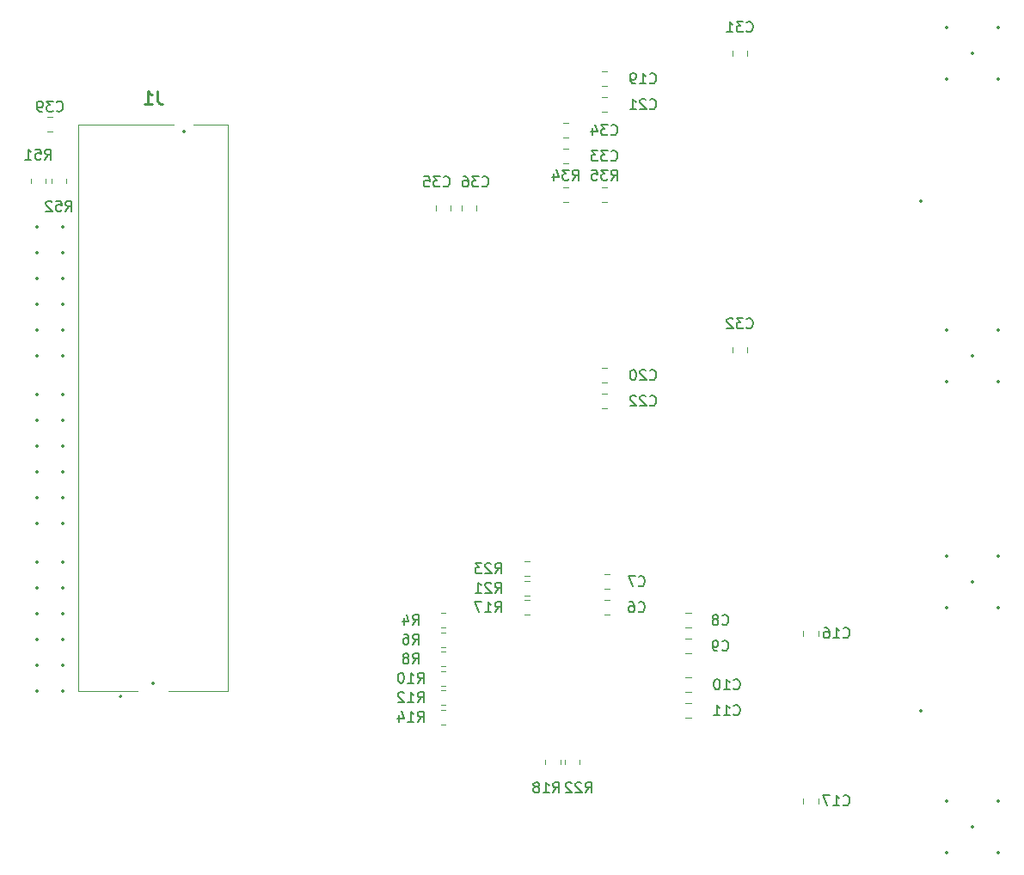
<source format=gbo>
%TF.GenerationSoftware,KiCad,Pcbnew,8.0.0*%
%TF.CreationDate,2024-09-02T00:35:53+03:00*%
%TF.ProjectId,ML605_LPC_Board_wADC_DAC,4d4c3630-355f-44c5-9043-5f426f617264,rev?*%
%TF.SameCoordinates,Original*%
%TF.FileFunction,Legend,Bot*%
%TF.FilePolarity,Positive*%
%FSLAX46Y46*%
G04 Gerber Fmt 4.6, Leading zero omitted, Abs format (unit mm)*
G04 Created by KiCad (PCBNEW 8.0.0) date 2024-09-02 00:35:53*
%MOMM*%
%LPD*%
G01*
G04 APERTURE LIST*
%ADD10C,0.254000*%
%ADD11C,0.177800*%
%ADD12C,0.100000*%
%ADD13C,0.200000*%
%ADD14C,0.120000*%
%ADD15C,0.350000*%
G04 APERTURE END LIST*
D10*
X88758332Y-62309318D02*
X88758332Y-63216461D01*
X88758332Y-63216461D02*
X88818809Y-63397889D01*
X88818809Y-63397889D02*
X88939761Y-63518842D01*
X88939761Y-63518842D02*
X89121190Y-63579318D01*
X89121190Y-63579318D02*
X89242142Y-63579318D01*
X87488332Y-63579318D02*
X88214047Y-63579318D01*
X87851190Y-63579318D02*
X87851190Y-62309318D01*
X87851190Y-62309318D02*
X87972142Y-62490746D01*
X87972142Y-62490746D02*
X88093094Y-62611699D01*
X88093094Y-62611699D02*
X88214047Y-62672175D01*
D11*
X146773142Y-85594013D02*
X146821523Y-85642394D01*
X146821523Y-85642394D02*
X146966666Y-85690774D01*
X146966666Y-85690774D02*
X147063428Y-85690774D01*
X147063428Y-85690774D02*
X147208571Y-85642394D01*
X147208571Y-85642394D02*
X147305333Y-85545632D01*
X147305333Y-85545632D02*
X147353714Y-85448870D01*
X147353714Y-85448870D02*
X147402095Y-85255346D01*
X147402095Y-85255346D02*
X147402095Y-85110203D01*
X147402095Y-85110203D02*
X147353714Y-84916679D01*
X147353714Y-84916679D02*
X147305333Y-84819917D01*
X147305333Y-84819917D02*
X147208571Y-84723155D01*
X147208571Y-84723155D02*
X147063428Y-84674774D01*
X147063428Y-84674774D02*
X146966666Y-84674774D01*
X146966666Y-84674774D02*
X146821523Y-84723155D01*
X146821523Y-84723155D02*
X146773142Y-84771536D01*
X146434476Y-84674774D02*
X145805523Y-84674774D01*
X145805523Y-84674774D02*
X146144190Y-85061822D01*
X146144190Y-85061822D02*
X145999047Y-85061822D01*
X145999047Y-85061822D02*
X145902285Y-85110203D01*
X145902285Y-85110203D02*
X145853904Y-85158584D01*
X145853904Y-85158584D02*
X145805523Y-85255346D01*
X145805523Y-85255346D02*
X145805523Y-85497251D01*
X145805523Y-85497251D02*
X145853904Y-85594013D01*
X145853904Y-85594013D02*
X145902285Y-85642394D01*
X145902285Y-85642394D02*
X145999047Y-85690774D01*
X145999047Y-85690774D02*
X146289333Y-85690774D01*
X146289333Y-85690774D02*
X146386095Y-85642394D01*
X146386095Y-85642394D02*
X146434476Y-85594013D01*
X145418476Y-84771536D02*
X145370095Y-84723155D01*
X145370095Y-84723155D02*
X145273333Y-84674774D01*
X145273333Y-84674774D02*
X145031428Y-84674774D01*
X145031428Y-84674774D02*
X144934666Y-84723155D01*
X144934666Y-84723155D02*
X144886285Y-84771536D01*
X144886285Y-84771536D02*
X144837904Y-84868298D01*
X144837904Y-84868298D02*
X144837904Y-84965060D01*
X144837904Y-84965060D02*
X144886285Y-85110203D01*
X144886285Y-85110203D02*
X145466857Y-85690774D01*
X145466857Y-85690774D02*
X144837904Y-85690774D01*
X137248142Y-90674013D02*
X137296523Y-90722394D01*
X137296523Y-90722394D02*
X137441666Y-90770774D01*
X137441666Y-90770774D02*
X137538428Y-90770774D01*
X137538428Y-90770774D02*
X137683571Y-90722394D01*
X137683571Y-90722394D02*
X137780333Y-90625632D01*
X137780333Y-90625632D02*
X137828714Y-90528870D01*
X137828714Y-90528870D02*
X137877095Y-90335346D01*
X137877095Y-90335346D02*
X137877095Y-90190203D01*
X137877095Y-90190203D02*
X137828714Y-89996679D01*
X137828714Y-89996679D02*
X137780333Y-89899917D01*
X137780333Y-89899917D02*
X137683571Y-89803155D01*
X137683571Y-89803155D02*
X137538428Y-89754774D01*
X137538428Y-89754774D02*
X137441666Y-89754774D01*
X137441666Y-89754774D02*
X137296523Y-89803155D01*
X137296523Y-89803155D02*
X137248142Y-89851536D01*
X136861095Y-89851536D02*
X136812714Y-89803155D01*
X136812714Y-89803155D02*
X136715952Y-89754774D01*
X136715952Y-89754774D02*
X136474047Y-89754774D01*
X136474047Y-89754774D02*
X136377285Y-89803155D01*
X136377285Y-89803155D02*
X136328904Y-89851536D01*
X136328904Y-89851536D02*
X136280523Y-89948298D01*
X136280523Y-89948298D02*
X136280523Y-90045060D01*
X136280523Y-90045060D02*
X136328904Y-90190203D01*
X136328904Y-90190203D02*
X136909476Y-90770774D01*
X136909476Y-90770774D02*
X136280523Y-90770774D01*
X135651571Y-89754774D02*
X135554809Y-89754774D01*
X135554809Y-89754774D02*
X135458047Y-89803155D01*
X135458047Y-89803155D02*
X135409666Y-89851536D01*
X135409666Y-89851536D02*
X135361285Y-89948298D01*
X135361285Y-89948298D02*
X135312904Y-90141822D01*
X135312904Y-90141822D02*
X135312904Y-90383727D01*
X135312904Y-90383727D02*
X135361285Y-90577251D01*
X135361285Y-90577251D02*
X135409666Y-90674013D01*
X135409666Y-90674013D02*
X135458047Y-90722394D01*
X135458047Y-90722394D02*
X135554809Y-90770774D01*
X135554809Y-90770774D02*
X135651571Y-90770774D01*
X135651571Y-90770774D02*
X135748333Y-90722394D01*
X135748333Y-90722394D02*
X135796714Y-90674013D01*
X135796714Y-90674013D02*
X135845095Y-90577251D01*
X135845095Y-90577251D02*
X135893476Y-90383727D01*
X135893476Y-90383727D02*
X135893476Y-90141822D01*
X135893476Y-90141822D02*
X135845095Y-89948298D01*
X135845095Y-89948298D02*
X135796714Y-89851536D01*
X135796714Y-89851536D02*
X135748333Y-89803155D01*
X135748333Y-89803155D02*
X135651571Y-89754774D01*
X113904332Y-116805774D02*
X114242999Y-116321965D01*
X114484904Y-116805774D02*
X114484904Y-115789774D01*
X114484904Y-115789774D02*
X114097856Y-115789774D01*
X114097856Y-115789774D02*
X114001094Y-115838155D01*
X114001094Y-115838155D02*
X113952713Y-115886536D01*
X113952713Y-115886536D02*
X113904332Y-115983298D01*
X113904332Y-115983298D02*
X113904332Y-116128441D01*
X113904332Y-116128441D02*
X113952713Y-116225203D01*
X113952713Y-116225203D02*
X114001094Y-116273584D01*
X114001094Y-116273584D02*
X114097856Y-116321965D01*
X114097856Y-116321965D02*
X114484904Y-116321965D01*
X113033475Y-115789774D02*
X113226999Y-115789774D01*
X113226999Y-115789774D02*
X113323761Y-115838155D01*
X113323761Y-115838155D02*
X113372142Y-115886536D01*
X113372142Y-115886536D02*
X113468904Y-116031679D01*
X113468904Y-116031679D02*
X113517285Y-116225203D01*
X113517285Y-116225203D02*
X113517285Y-116612251D01*
X113517285Y-116612251D02*
X113468904Y-116709013D01*
X113468904Y-116709013D02*
X113420523Y-116757394D01*
X113420523Y-116757394D02*
X113323761Y-116805774D01*
X113323761Y-116805774D02*
X113130237Y-116805774D01*
X113130237Y-116805774D02*
X113033475Y-116757394D01*
X113033475Y-116757394D02*
X112985094Y-116709013D01*
X112985094Y-116709013D02*
X112936713Y-116612251D01*
X112936713Y-116612251D02*
X112936713Y-116370346D01*
X112936713Y-116370346D02*
X112985094Y-116273584D01*
X112985094Y-116273584D02*
X113033475Y-116225203D01*
X113033475Y-116225203D02*
X113130237Y-116176822D01*
X113130237Y-116176822D02*
X113323761Y-116176822D01*
X113323761Y-116176822D02*
X113420523Y-116225203D01*
X113420523Y-116225203D02*
X113468904Y-116273584D01*
X113468904Y-116273584D02*
X113517285Y-116370346D01*
X122008142Y-113630774D02*
X122346809Y-113146965D01*
X122588714Y-113630774D02*
X122588714Y-112614774D01*
X122588714Y-112614774D02*
X122201666Y-112614774D01*
X122201666Y-112614774D02*
X122104904Y-112663155D01*
X122104904Y-112663155D02*
X122056523Y-112711536D01*
X122056523Y-112711536D02*
X122008142Y-112808298D01*
X122008142Y-112808298D02*
X122008142Y-112953441D01*
X122008142Y-112953441D02*
X122056523Y-113050203D01*
X122056523Y-113050203D02*
X122104904Y-113098584D01*
X122104904Y-113098584D02*
X122201666Y-113146965D01*
X122201666Y-113146965D02*
X122588714Y-113146965D01*
X121040523Y-113630774D02*
X121621095Y-113630774D01*
X121330809Y-113630774D02*
X121330809Y-112614774D01*
X121330809Y-112614774D02*
X121427571Y-112759917D01*
X121427571Y-112759917D02*
X121524333Y-112856679D01*
X121524333Y-112856679D02*
X121621095Y-112905060D01*
X120701857Y-112614774D02*
X120024523Y-112614774D01*
X120024523Y-112614774D02*
X120459952Y-113630774D01*
X114388142Y-120615774D02*
X114726809Y-120131965D01*
X114968714Y-120615774D02*
X114968714Y-119599774D01*
X114968714Y-119599774D02*
X114581666Y-119599774D01*
X114581666Y-119599774D02*
X114484904Y-119648155D01*
X114484904Y-119648155D02*
X114436523Y-119696536D01*
X114436523Y-119696536D02*
X114388142Y-119793298D01*
X114388142Y-119793298D02*
X114388142Y-119938441D01*
X114388142Y-119938441D02*
X114436523Y-120035203D01*
X114436523Y-120035203D02*
X114484904Y-120083584D01*
X114484904Y-120083584D02*
X114581666Y-120131965D01*
X114581666Y-120131965D02*
X114968714Y-120131965D01*
X113420523Y-120615774D02*
X114001095Y-120615774D01*
X113710809Y-120615774D02*
X113710809Y-119599774D01*
X113710809Y-119599774D02*
X113807571Y-119744917D01*
X113807571Y-119744917D02*
X113904333Y-119841679D01*
X113904333Y-119841679D02*
X114001095Y-119890060D01*
X112791571Y-119599774D02*
X112694809Y-119599774D01*
X112694809Y-119599774D02*
X112598047Y-119648155D01*
X112598047Y-119648155D02*
X112549666Y-119696536D01*
X112549666Y-119696536D02*
X112501285Y-119793298D01*
X112501285Y-119793298D02*
X112452904Y-119986822D01*
X112452904Y-119986822D02*
X112452904Y-120228727D01*
X112452904Y-120228727D02*
X112501285Y-120422251D01*
X112501285Y-120422251D02*
X112549666Y-120519013D01*
X112549666Y-120519013D02*
X112598047Y-120567394D01*
X112598047Y-120567394D02*
X112694809Y-120615774D01*
X112694809Y-120615774D02*
X112791571Y-120615774D01*
X112791571Y-120615774D02*
X112888333Y-120567394D01*
X112888333Y-120567394D02*
X112936714Y-120519013D01*
X112936714Y-120519013D02*
X112985095Y-120422251D01*
X112985095Y-120422251D02*
X113033476Y-120228727D01*
X113033476Y-120228727D02*
X113033476Y-119986822D01*
X113033476Y-119986822D02*
X112985095Y-119793298D01*
X112985095Y-119793298D02*
X112936714Y-119696536D01*
X112936714Y-119696536D02*
X112888333Y-119648155D01*
X112888333Y-119648155D02*
X112791571Y-119599774D01*
X156298142Y-132584013D02*
X156346523Y-132632394D01*
X156346523Y-132632394D02*
X156491666Y-132680774D01*
X156491666Y-132680774D02*
X156588428Y-132680774D01*
X156588428Y-132680774D02*
X156733571Y-132632394D01*
X156733571Y-132632394D02*
X156830333Y-132535632D01*
X156830333Y-132535632D02*
X156878714Y-132438870D01*
X156878714Y-132438870D02*
X156927095Y-132245346D01*
X156927095Y-132245346D02*
X156927095Y-132100203D01*
X156927095Y-132100203D02*
X156878714Y-131906679D01*
X156878714Y-131906679D02*
X156830333Y-131809917D01*
X156830333Y-131809917D02*
X156733571Y-131713155D01*
X156733571Y-131713155D02*
X156588428Y-131664774D01*
X156588428Y-131664774D02*
X156491666Y-131664774D01*
X156491666Y-131664774D02*
X156346523Y-131713155D01*
X156346523Y-131713155D02*
X156298142Y-131761536D01*
X155330523Y-132680774D02*
X155911095Y-132680774D01*
X155620809Y-132680774D02*
X155620809Y-131664774D01*
X155620809Y-131664774D02*
X155717571Y-131809917D01*
X155717571Y-131809917D02*
X155814333Y-131906679D01*
X155814333Y-131906679D02*
X155911095Y-131955060D01*
X154991857Y-131664774D02*
X154314523Y-131664774D01*
X154314523Y-131664774D02*
X154749952Y-132680774D01*
X120738142Y-71624013D02*
X120786523Y-71672394D01*
X120786523Y-71672394D02*
X120931666Y-71720774D01*
X120931666Y-71720774D02*
X121028428Y-71720774D01*
X121028428Y-71720774D02*
X121173571Y-71672394D01*
X121173571Y-71672394D02*
X121270333Y-71575632D01*
X121270333Y-71575632D02*
X121318714Y-71478870D01*
X121318714Y-71478870D02*
X121367095Y-71285346D01*
X121367095Y-71285346D02*
X121367095Y-71140203D01*
X121367095Y-71140203D02*
X121318714Y-70946679D01*
X121318714Y-70946679D02*
X121270333Y-70849917D01*
X121270333Y-70849917D02*
X121173571Y-70753155D01*
X121173571Y-70753155D02*
X121028428Y-70704774D01*
X121028428Y-70704774D02*
X120931666Y-70704774D01*
X120931666Y-70704774D02*
X120786523Y-70753155D01*
X120786523Y-70753155D02*
X120738142Y-70801536D01*
X120399476Y-70704774D02*
X119770523Y-70704774D01*
X119770523Y-70704774D02*
X120109190Y-71091822D01*
X120109190Y-71091822D02*
X119964047Y-71091822D01*
X119964047Y-71091822D02*
X119867285Y-71140203D01*
X119867285Y-71140203D02*
X119818904Y-71188584D01*
X119818904Y-71188584D02*
X119770523Y-71285346D01*
X119770523Y-71285346D02*
X119770523Y-71527251D01*
X119770523Y-71527251D02*
X119818904Y-71624013D01*
X119818904Y-71624013D02*
X119867285Y-71672394D01*
X119867285Y-71672394D02*
X119964047Y-71720774D01*
X119964047Y-71720774D02*
X120254333Y-71720774D01*
X120254333Y-71720774D02*
X120351095Y-71672394D01*
X120351095Y-71672394D02*
X120399476Y-71624013D01*
X118899666Y-70704774D02*
X119093190Y-70704774D01*
X119093190Y-70704774D02*
X119189952Y-70753155D01*
X119189952Y-70753155D02*
X119238333Y-70801536D01*
X119238333Y-70801536D02*
X119335095Y-70946679D01*
X119335095Y-70946679D02*
X119383476Y-71140203D01*
X119383476Y-71140203D02*
X119383476Y-71527251D01*
X119383476Y-71527251D02*
X119335095Y-71624013D01*
X119335095Y-71624013D02*
X119286714Y-71672394D01*
X119286714Y-71672394D02*
X119189952Y-71720774D01*
X119189952Y-71720774D02*
X118996428Y-71720774D01*
X118996428Y-71720774D02*
X118899666Y-71672394D01*
X118899666Y-71672394D02*
X118851285Y-71624013D01*
X118851285Y-71624013D02*
X118802904Y-71527251D01*
X118802904Y-71527251D02*
X118802904Y-71285346D01*
X118802904Y-71285346D02*
X118851285Y-71188584D01*
X118851285Y-71188584D02*
X118899666Y-71140203D01*
X118899666Y-71140203D02*
X118996428Y-71091822D01*
X118996428Y-71091822D02*
X119189952Y-71091822D01*
X119189952Y-71091822D02*
X119286714Y-71140203D01*
X119286714Y-71140203D02*
X119335095Y-71188584D01*
X119335095Y-71188584D02*
X119383476Y-71285346D01*
X113904332Y-118710774D02*
X114242999Y-118226965D01*
X114484904Y-118710774D02*
X114484904Y-117694774D01*
X114484904Y-117694774D02*
X114097856Y-117694774D01*
X114097856Y-117694774D02*
X114001094Y-117743155D01*
X114001094Y-117743155D02*
X113952713Y-117791536D01*
X113952713Y-117791536D02*
X113904332Y-117888298D01*
X113904332Y-117888298D02*
X113904332Y-118033441D01*
X113904332Y-118033441D02*
X113952713Y-118130203D01*
X113952713Y-118130203D02*
X114001094Y-118178584D01*
X114001094Y-118178584D02*
X114097856Y-118226965D01*
X114097856Y-118226965D02*
X114484904Y-118226965D01*
X113323761Y-118130203D02*
X113420523Y-118081822D01*
X113420523Y-118081822D02*
X113468904Y-118033441D01*
X113468904Y-118033441D02*
X113517285Y-117936679D01*
X113517285Y-117936679D02*
X113517285Y-117888298D01*
X113517285Y-117888298D02*
X113468904Y-117791536D01*
X113468904Y-117791536D02*
X113420523Y-117743155D01*
X113420523Y-117743155D02*
X113323761Y-117694774D01*
X113323761Y-117694774D02*
X113130237Y-117694774D01*
X113130237Y-117694774D02*
X113033475Y-117743155D01*
X113033475Y-117743155D02*
X112985094Y-117791536D01*
X112985094Y-117791536D02*
X112936713Y-117888298D01*
X112936713Y-117888298D02*
X112936713Y-117936679D01*
X112936713Y-117936679D02*
X112985094Y-118033441D01*
X112985094Y-118033441D02*
X113033475Y-118081822D01*
X113033475Y-118081822D02*
X113130237Y-118130203D01*
X113130237Y-118130203D02*
X113323761Y-118130203D01*
X113323761Y-118130203D02*
X113420523Y-118178584D01*
X113420523Y-118178584D02*
X113468904Y-118226965D01*
X113468904Y-118226965D02*
X113517285Y-118323727D01*
X113517285Y-118323727D02*
X113517285Y-118517251D01*
X113517285Y-118517251D02*
X113468904Y-118614013D01*
X113468904Y-118614013D02*
X113420523Y-118662394D01*
X113420523Y-118662394D02*
X113323761Y-118710774D01*
X113323761Y-118710774D02*
X113130237Y-118710774D01*
X113130237Y-118710774D02*
X113033475Y-118662394D01*
X113033475Y-118662394D02*
X112985094Y-118614013D01*
X112985094Y-118614013D02*
X112936713Y-118517251D01*
X112936713Y-118517251D02*
X112936713Y-118323727D01*
X112936713Y-118323727D02*
X112985094Y-118226965D01*
X112985094Y-118226965D02*
X113033475Y-118178584D01*
X113033475Y-118178584D02*
X113130237Y-118130203D01*
X136129332Y-110994013D02*
X136177713Y-111042394D01*
X136177713Y-111042394D02*
X136322856Y-111090774D01*
X136322856Y-111090774D02*
X136419618Y-111090774D01*
X136419618Y-111090774D02*
X136564761Y-111042394D01*
X136564761Y-111042394D02*
X136661523Y-110945632D01*
X136661523Y-110945632D02*
X136709904Y-110848870D01*
X136709904Y-110848870D02*
X136758285Y-110655346D01*
X136758285Y-110655346D02*
X136758285Y-110510203D01*
X136758285Y-110510203D02*
X136709904Y-110316679D01*
X136709904Y-110316679D02*
X136661523Y-110219917D01*
X136661523Y-110219917D02*
X136564761Y-110123155D01*
X136564761Y-110123155D02*
X136419618Y-110074774D01*
X136419618Y-110074774D02*
X136322856Y-110074774D01*
X136322856Y-110074774D02*
X136177713Y-110123155D01*
X136177713Y-110123155D02*
X136129332Y-110171536D01*
X135790666Y-110074774D02*
X135113332Y-110074774D01*
X135113332Y-110074774D02*
X135548761Y-111090774D01*
X133438142Y-66544013D02*
X133486523Y-66592394D01*
X133486523Y-66592394D02*
X133631666Y-66640774D01*
X133631666Y-66640774D02*
X133728428Y-66640774D01*
X133728428Y-66640774D02*
X133873571Y-66592394D01*
X133873571Y-66592394D02*
X133970333Y-66495632D01*
X133970333Y-66495632D02*
X134018714Y-66398870D01*
X134018714Y-66398870D02*
X134067095Y-66205346D01*
X134067095Y-66205346D02*
X134067095Y-66060203D01*
X134067095Y-66060203D02*
X134018714Y-65866679D01*
X134018714Y-65866679D02*
X133970333Y-65769917D01*
X133970333Y-65769917D02*
X133873571Y-65673155D01*
X133873571Y-65673155D02*
X133728428Y-65624774D01*
X133728428Y-65624774D02*
X133631666Y-65624774D01*
X133631666Y-65624774D02*
X133486523Y-65673155D01*
X133486523Y-65673155D02*
X133438142Y-65721536D01*
X133099476Y-65624774D02*
X132470523Y-65624774D01*
X132470523Y-65624774D02*
X132809190Y-66011822D01*
X132809190Y-66011822D02*
X132664047Y-66011822D01*
X132664047Y-66011822D02*
X132567285Y-66060203D01*
X132567285Y-66060203D02*
X132518904Y-66108584D01*
X132518904Y-66108584D02*
X132470523Y-66205346D01*
X132470523Y-66205346D02*
X132470523Y-66447251D01*
X132470523Y-66447251D02*
X132518904Y-66544013D01*
X132518904Y-66544013D02*
X132567285Y-66592394D01*
X132567285Y-66592394D02*
X132664047Y-66640774D01*
X132664047Y-66640774D02*
X132954333Y-66640774D01*
X132954333Y-66640774D02*
X133051095Y-66592394D01*
X133051095Y-66592394D02*
X133099476Y-66544013D01*
X131599666Y-65963441D02*
X131599666Y-66640774D01*
X131841571Y-65576394D02*
X132083476Y-66302108D01*
X132083476Y-66302108D02*
X131454523Y-66302108D01*
X127723142Y-131410774D02*
X128061809Y-130926965D01*
X128303714Y-131410774D02*
X128303714Y-130394774D01*
X128303714Y-130394774D02*
X127916666Y-130394774D01*
X127916666Y-130394774D02*
X127819904Y-130443155D01*
X127819904Y-130443155D02*
X127771523Y-130491536D01*
X127771523Y-130491536D02*
X127723142Y-130588298D01*
X127723142Y-130588298D02*
X127723142Y-130733441D01*
X127723142Y-130733441D02*
X127771523Y-130830203D01*
X127771523Y-130830203D02*
X127819904Y-130878584D01*
X127819904Y-130878584D02*
X127916666Y-130926965D01*
X127916666Y-130926965D02*
X128303714Y-130926965D01*
X126755523Y-131410774D02*
X127336095Y-131410774D01*
X127045809Y-131410774D02*
X127045809Y-130394774D01*
X127045809Y-130394774D02*
X127142571Y-130539917D01*
X127142571Y-130539917D02*
X127239333Y-130636679D01*
X127239333Y-130636679D02*
X127336095Y-130685060D01*
X126174952Y-130830203D02*
X126271714Y-130781822D01*
X126271714Y-130781822D02*
X126320095Y-130733441D01*
X126320095Y-130733441D02*
X126368476Y-130636679D01*
X126368476Y-130636679D02*
X126368476Y-130588298D01*
X126368476Y-130588298D02*
X126320095Y-130491536D01*
X126320095Y-130491536D02*
X126271714Y-130443155D01*
X126271714Y-130443155D02*
X126174952Y-130394774D01*
X126174952Y-130394774D02*
X125981428Y-130394774D01*
X125981428Y-130394774D02*
X125884666Y-130443155D01*
X125884666Y-130443155D02*
X125836285Y-130491536D01*
X125836285Y-130491536D02*
X125787904Y-130588298D01*
X125787904Y-130588298D02*
X125787904Y-130636679D01*
X125787904Y-130636679D02*
X125836285Y-130733441D01*
X125836285Y-130733441D02*
X125884666Y-130781822D01*
X125884666Y-130781822D02*
X125981428Y-130830203D01*
X125981428Y-130830203D02*
X126174952Y-130830203D01*
X126174952Y-130830203D02*
X126271714Y-130878584D01*
X126271714Y-130878584D02*
X126320095Y-130926965D01*
X126320095Y-130926965D02*
X126368476Y-131023727D01*
X126368476Y-131023727D02*
X126368476Y-131217251D01*
X126368476Y-131217251D02*
X126320095Y-131314013D01*
X126320095Y-131314013D02*
X126271714Y-131362394D01*
X126271714Y-131362394D02*
X126174952Y-131410774D01*
X126174952Y-131410774D02*
X125981428Y-131410774D01*
X125981428Y-131410774D02*
X125884666Y-131362394D01*
X125884666Y-131362394D02*
X125836285Y-131314013D01*
X125836285Y-131314013D02*
X125787904Y-131217251D01*
X125787904Y-131217251D02*
X125787904Y-131023727D01*
X125787904Y-131023727D02*
X125836285Y-130926965D01*
X125836285Y-130926965D02*
X125884666Y-130878584D01*
X125884666Y-130878584D02*
X125981428Y-130830203D01*
X114388142Y-122520774D02*
X114726809Y-122036965D01*
X114968714Y-122520774D02*
X114968714Y-121504774D01*
X114968714Y-121504774D02*
X114581666Y-121504774D01*
X114581666Y-121504774D02*
X114484904Y-121553155D01*
X114484904Y-121553155D02*
X114436523Y-121601536D01*
X114436523Y-121601536D02*
X114388142Y-121698298D01*
X114388142Y-121698298D02*
X114388142Y-121843441D01*
X114388142Y-121843441D02*
X114436523Y-121940203D01*
X114436523Y-121940203D02*
X114484904Y-121988584D01*
X114484904Y-121988584D02*
X114581666Y-122036965D01*
X114581666Y-122036965D02*
X114968714Y-122036965D01*
X113420523Y-122520774D02*
X114001095Y-122520774D01*
X113710809Y-122520774D02*
X113710809Y-121504774D01*
X113710809Y-121504774D02*
X113807571Y-121649917D01*
X113807571Y-121649917D02*
X113904333Y-121746679D01*
X113904333Y-121746679D02*
X114001095Y-121795060D01*
X113033476Y-121601536D02*
X112985095Y-121553155D01*
X112985095Y-121553155D02*
X112888333Y-121504774D01*
X112888333Y-121504774D02*
X112646428Y-121504774D01*
X112646428Y-121504774D02*
X112549666Y-121553155D01*
X112549666Y-121553155D02*
X112501285Y-121601536D01*
X112501285Y-121601536D02*
X112452904Y-121698298D01*
X112452904Y-121698298D02*
X112452904Y-121795060D01*
X112452904Y-121795060D02*
X112501285Y-121940203D01*
X112501285Y-121940203D02*
X113081857Y-122520774D01*
X113081857Y-122520774D02*
X112452904Y-122520774D01*
X129628142Y-71085774D02*
X129966809Y-70601965D01*
X130208714Y-71085774D02*
X130208714Y-70069774D01*
X130208714Y-70069774D02*
X129821666Y-70069774D01*
X129821666Y-70069774D02*
X129724904Y-70118155D01*
X129724904Y-70118155D02*
X129676523Y-70166536D01*
X129676523Y-70166536D02*
X129628142Y-70263298D01*
X129628142Y-70263298D02*
X129628142Y-70408441D01*
X129628142Y-70408441D02*
X129676523Y-70505203D01*
X129676523Y-70505203D02*
X129724904Y-70553584D01*
X129724904Y-70553584D02*
X129821666Y-70601965D01*
X129821666Y-70601965D02*
X130208714Y-70601965D01*
X129289476Y-70069774D02*
X128660523Y-70069774D01*
X128660523Y-70069774D02*
X128999190Y-70456822D01*
X128999190Y-70456822D02*
X128854047Y-70456822D01*
X128854047Y-70456822D02*
X128757285Y-70505203D01*
X128757285Y-70505203D02*
X128708904Y-70553584D01*
X128708904Y-70553584D02*
X128660523Y-70650346D01*
X128660523Y-70650346D02*
X128660523Y-70892251D01*
X128660523Y-70892251D02*
X128708904Y-70989013D01*
X128708904Y-70989013D02*
X128757285Y-71037394D01*
X128757285Y-71037394D02*
X128854047Y-71085774D01*
X128854047Y-71085774D02*
X129144333Y-71085774D01*
X129144333Y-71085774D02*
X129241095Y-71037394D01*
X129241095Y-71037394D02*
X129289476Y-70989013D01*
X127789666Y-70408441D02*
X127789666Y-71085774D01*
X128031571Y-70021394D02*
X128273476Y-70747108D01*
X128273476Y-70747108D02*
X127644523Y-70747108D01*
X79717142Y-74133774D02*
X80055809Y-73649965D01*
X80297714Y-74133774D02*
X80297714Y-73117774D01*
X80297714Y-73117774D02*
X79910666Y-73117774D01*
X79910666Y-73117774D02*
X79813904Y-73166155D01*
X79813904Y-73166155D02*
X79765523Y-73214536D01*
X79765523Y-73214536D02*
X79717142Y-73311298D01*
X79717142Y-73311298D02*
X79717142Y-73456441D01*
X79717142Y-73456441D02*
X79765523Y-73553203D01*
X79765523Y-73553203D02*
X79813904Y-73601584D01*
X79813904Y-73601584D02*
X79910666Y-73649965D01*
X79910666Y-73649965D02*
X80297714Y-73649965D01*
X78797904Y-73117774D02*
X79281714Y-73117774D01*
X79281714Y-73117774D02*
X79330095Y-73601584D01*
X79330095Y-73601584D02*
X79281714Y-73553203D01*
X79281714Y-73553203D02*
X79184952Y-73504822D01*
X79184952Y-73504822D02*
X78943047Y-73504822D01*
X78943047Y-73504822D02*
X78846285Y-73553203D01*
X78846285Y-73553203D02*
X78797904Y-73601584D01*
X78797904Y-73601584D02*
X78749523Y-73698346D01*
X78749523Y-73698346D02*
X78749523Y-73940251D01*
X78749523Y-73940251D02*
X78797904Y-74037013D01*
X78797904Y-74037013D02*
X78846285Y-74085394D01*
X78846285Y-74085394D02*
X78943047Y-74133774D01*
X78943047Y-74133774D02*
X79184952Y-74133774D01*
X79184952Y-74133774D02*
X79281714Y-74085394D01*
X79281714Y-74085394D02*
X79330095Y-74037013D01*
X78362476Y-73214536D02*
X78314095Y-73166155D01*
X78314095Y-73166155D02*
X78217333Y-73117774D01*
X78217333Y-73117774D02*
X77975428Y-73117774D01*
X77975428Y-73117774D02*
X77878666Y-73166155D01*
X77878666Y-73166155D02*
X77830285Y-73214536D01*
X77830285Y-73214536D02*
X77781904Y-73311298D01*
X77781904Y-73311298D02*
X77781904Y-73408060D01*
X77781904Y-73408060D02*
X77830285Y-73553203D01*
X77830285Y-73553203D02*
X78410857Y-74133774D01*
X78410857Y-74133774D02*
X77781904Y-74133774D01*
X137248142Y-61464013D02*
X137296523Y-61512394D01*
X137296523Y-61512394D02*
X137441666Y-61560774D01*
X137441666Y-61560774D02*
X137538428Y-61560774D01*
X137538428Y-61560774D02*
X137683571Y-61512394D01*
X137683571Y-61512394D02*
X137780333Y-61415632D01*
X137780333Y-61415632D02*
X137828714Y-61318870D01*
X137828714Y-61318870D02*
X137877095Y-61125346D01*
X137877095Y-61125346D02*
X137877095Y-60980203D01*
X137877095Y-60980203D02*
X137828714Y-60786679D01*
X137828714Y-60786679D02*
X137780333Y-60689917D01*
X137780333Y-60689917D02*
X137683571Y-60593155D01*
X137683571Y-60593155D02*
X137538428Y-60544774D01*
X137538428Y-60544774D02*
X137441666Y-60544774D01*
X137441666Y-60544774D02*
X137296523Y-60593155D01*
X137296523Y-60593155D02*
X137248142Y-60641536D01*
X136280523Y-61560774D02*
X136861095Y-61560774D01*
X136570809Y-61560774D02*
X136570809Y-60544774D01*
X136570809Y-60544774D02*
X136667571Y-60689917D01*
X136667571Y-60689917D02*
X136764333Y-60786679D01*
X136764333Y-60786679D02*
X136861095Y-60835060D01*
X135796714Y-61560774D02*
X135603190Y-61560774D01*
X135603190Y-61560774D02*
X135506428Y-61512394D01*
X135506428Y-61512394D02*
X135458047Y-61464013D01*
X135458047Y-61464013D02*
X135361285Y-61318870D01*
X135361285Y-61318870D02*
X135312904Y-61125346D01*
X135312904Y-61125346D02*
X135312904Y-60738298D01*
X135312904Y-60738298D02*
X135361285Y-60641536D01*
X135361285Y-60641536D02*
X135409666Y-60593155D01*
X135409666Y-60593155D02*
X135506428Y-60544774D01*
X135506428Y-60544774D02*
X135699952Y-60544774D01*
X135699952Y-60544774D02*
X135796714Y-60593155D01*
X135796714Y-60593155D02*
X135845095Y-60641536D01*
X135845095Y-60641536D02*
X135893476Y-60738298D01*
X135893476Y-60738298D02*
X135893476Y-60980203D01*
X135893476Y-60980203D02*
X135845095Y-61076965D01*
X135845095Y-61076965D02*
X135796714Y-61125346D01*
X135796714Y-61125346D02*
X135699952Y-61173727D01*
X135699952Y-61173727D02*
X135506428Y-61173727D01*
X135506428Y-61173727D02*
X135409666Y-61125346D01*
X135409666Y-61125346D02*
X135361285Y-61076965D01*
X135361285Y-61076965D02*
X135312904Y-60980203D01*
X77685142Y-69053774D02*
X78023809Y-68569965D01*
X78265714Y-69053774D02*
X78265714Y-68037774D01*
X78265714Y-68037774D02*
X77878666Y-68037774D01*
X77878666Y-68037774D02*
X77781904Y-68086155D01*
X77781904Y-68086155D02*
X77733523Y-68134536D01*
X77733523Y-68134536D02*
X77685142Y-68231298D01*
X77685142Y-68231298D02*
X77685142Y-68376441D01*
X77685142Y-68376441D02*
X77733523Y-68473203D01*
X77733523Y-68473203D02*
X77781904Y-68521584D01*
X77781904Y-68521584D02*
X77878666Y-68569965D01*
X77878666Y-68569965D02*
X78265714Y-68569965D01*
X76765904Y-68037774D02*
X77249714Y-68037774D01*
X77249714Y-68037774D02*
X77298095Y-68521584D01*
X77298095Y-68521584D02*
X77249714Y-68473203D01*
X77249714Y-68473203D02*
X77152952Y-68424822D01*
X77152952Y-68424822D02*
X76911047Y-68424822D01*
X76911047Y-68424822D02*
X76814285Y-68473203D01*
X76814285Y-68473203D02*
X76765904Y-68521584D01*
X76765904Y-68521584D02*
X76717523Y-68618346D01*
X76717523Y-68618346D02*
X76717523Y-68860251D01*
X76717523Y-68860251D02*
X76765904Y-68957013D01*
X76765904Y-68957013D02*
X76814285Y-69005394D01*
X76814285Y-69005394D02*
X76911047Y-69053774D01*
X76911047Y-69053774D02*
X77152952Y-69053774D01*
X77152952Y-69053774D02*
X77249714Y-69005394D01*
X77249714Y-69005394D02*
X77298095Y-68957013D01*
X75749904Y-69053774D02*
X76330476Y-69053774D01*
X76040190Y-69053774D02*
X76040190Y-68037774D01*
X76040190Y-68037774D02*
X76136952Y-68182917D01*
X76136952Y-68182917D02*
X76233714Y-68279679D01*
X76233714Y-68279679D02*
X76330476Y-68328060D01*
X113904332Y-114900774D02*
X114242999Y-114416965D01*
X114484904Y-114900774D02*
X114484904Y-113884774D01*
X114484904Y-113884774D02*
X114097856Y-113884774D01*
X114097856Y-113884774D02*
X114001094Y-113933155D01*
X114001094Y-113933155D02*
X113952713Y-113981536D01*
X113952713Y-113981536D02*
X113904332Y-114078298D01*
X113904332Y-114078298D02*
X113904332Y-114223441D01*
X113904332Y-114223441D02*
X113952713Y-114320203D01*
X113952713Y-114320203D02*
X114001094Y-114368584D01*
X114001094Y-114368584D02*
X114097856Y-114416965D01*
X114097856Y-114416965D02*
X114484904Y-114416965D01*
X113033475Y-114223441D02*
X113033475Y-114900774D01*
X113275380Y-113836394D02*
X113517285Y-114562108D01*
X113517285Y-114562108D02*
X112888332Y-114562108D01*
X122008142Y-111725774D02*
X122346809Y-111241965D01*
X122588714Y-111725774D02*
X122588714Y-110709774D01*
X122588714Y-110709774D02*
X122201666Y-110709774D01*
X122201666Y-110709774D02*
X122104904Y-110758155D01*
X122104904Y-110758155D02*
X122056523Y-110806536D01*
X122056523Y-110806536D02*
X122008142Y-110903298D01*
X122008142Y-110903298D02*
X122008142Y-111048441D01*
X122008142Y-111048441D02*
X122056523Y-111145203D01*
X122056523Y-111145203D02*
X122104904Y-111193584D01*
X122104904Y-111193584D02*
X122201666Y-111241965D01*
X122201666Y-111241965D02*
X122588714Y-111241965D01*
X121621095Y-110806536D02*
X121572714Y-110758155D01*
X121572714Y-110758155D02*
X121475952Y-110709774D01*
X121475952Y-110709774D02*
X121234047Y-110709774D01*
X121234047Y-110709774D02*
X121137285Y-110758155D01*
X121137285Y-110758155D02*
X121088904Y-110806536D01*
X121088904Y-110806536D02*
X121040523Y-110903298D01*
X121040523Y-110903298D02*
X121040523Y-111000060D01*
X121040523Y-111000060D02*
X121088904Y-111145203D01*
X121088904Y-111145203D02*
X121669476Y-111725774D01*
X121669476Y-111725774D02*
X121040523Y-111725774D01*
X120072904Y-111725774D02*
X120653476Y-111725774D01*
X120363190Y-111725774D02*
X120363190Y-110709774D01*
X120363190Y-110709774D02*
X120459952Y-110854917D01*
X120459952Y-110854917D02*
X120556714Y-110951679D01*
X120556714Y-110951679D02*
X120653476Y-111000060D01*
X122008142Y-109820774D02*
X122346809Y-109336965D01*
X122588714Y-109820774D02*
X122588714Y-108804774D01*
X122588714Y-108804774D02*
X122201666Y-108804774D01*
X122201666Y-108804774D02*
X122104904Y-108853155D01*
X122104904Y-108853155D02*
X122056523Y-108901536D01*
X122056523Y-108901536D02*
X122008142Y-108998298D01*
X122008142Y-108998298D02*
X122008142Y-109143441D01*
X122008142Y-109143441D02*
X122056523Y-109240203D01*
X122056523Y-109240203D02*
X122104904Y-109288584D01*
X122104904Y-109288584D02*
X122201666Y-109336965D01*
X122201666Y-109336965D02*
X122588714Y-109336965D01*
X121621095Y-108901536D02*
X121572714Y-108853155D01*
X121572714Y-108853155D02*
X121475952Y-108804774D01*
X121475952Y-108804774D02*
X121234047Y-108804774D01*
X121234047Y-108804774D02*
X121137285Y-108853155D01*
X121137285Y-108853155D02*
X121088904Y-108901536D01*
X121088904Y-108901536D02*
X121040523Y-108998298D01*
X121040523Y-108998298D02*
X121040523Y-109095060D01*
X121040523Y-109095060D02*
X121088904Y-109240203D01*
X121088904Y-109240203D02*
X121669476Y-109820774D01*
X121669476Y-109820774D02*
X121040523Y-109820774D01*
X120701857Y-108804774D02*
X120072904Y-108804774D01*
X120072904Y-108804774D02*
X120411571Y-109191822D01*
X120411571Y-109191822D02*
X120266428Y-109191822D01*
X120266428Y-109191822D02*
X120169666Y-109240203D01*
X120169666Y-109240203D02*
X120121285Y-109288584D01*
X120121285Y-109288584D02*
X120072904Y-109385346D01*
X120072904Y-109385346D02*
X120072904Y-109627251D01*
X120072904Y-109627251D02*
X120121285Y-109724013D01*
X120121285Y-109724013D02*
X120169666Y-109772394D01*
X120169666Y-109772394D02*
X120266428Y-109820774D01*
X120266428Y-109820774D02*
X120556714Y-109820774D01*
X120556714Y-109820774D02*
X120653476Y-109772394D01*
X120653476Y-109772394D02*
X120701857Y-109724013D01*
X145503142Y-123694013D02*
X145551523Y-123742394D01*
X145551523Y-123742394D02*
X145696666Y-123790774D01*
X145696666Y-123790774D02*
X145793428Y-123790774D01*
X145793428Y-123790774D02*
X145938571Y-123742394D01*
X145938571Y-123742394D02*
X146035333Y-123645632D01*
X146035333Y-123645632D02*
X146083714Y-123548870D01*
X146083714Y-123548870D02*
X146132095Y-123355346D01*
X146132095Y-123355346D02*
X146132095Y-123210203D01*
X146132095Y-123210203D02*
X146083714Y-123016679D01*
X146083714Y-123016679D02*
X146035333Y-122919917D01*
X146035333Y-122919917D02*
X145938571Y-122823155D01*
X145938571Y-122823155D02*
X145793428Y-122774774D01*
X145793428Y-122774774D02*
X145696666Y-122774774D01*
X145696666Y-122774774D02*
X145551523Y-122823155D01*
X145551523Y-122823155D02*
X145503142Y-122871536D01*
X144535523Y-123790774D02*
X145116095Y-123790774D01*
X144825809Y-123790774D02*
X144825809Y-122774774D01*
X144825809Y-122774774D02*
X144922571Y-122919917D01*
X144922571Y-122919917D02*
X145019333Y-123016679D01*
X145019333Y-123016679D02*
X145116095Y-123065060D01*
X143567904Y-123790774D02*
X144148476Y-123790774D01*
X143858190Y-123790774D02*
X143858190Y-122774774D01*
X143858190Y-122774774D02*
X143954952Y-122919917D01*
X143954952Y-122919917D02*
X144051714Y-123016679D01*
X144051714Y-123016679D02*
X144148476Y-123065060D01*
X145503142Y-121154013D02*
X145551523Y-121202394D01*
X145551523Y-121202394D02*
X145696666Y-121250774D01*
X145696666Y-121250774D02*
X145793428Y-121250774D01*
X145793428Y-121250774D02*
X145938571Y-121202394D01*
X145938571Y-121202394D02*
X146035333Y-121105632D01*
X146035333Y-121105632D02*
X146083714Y-121008870D01*
X146083714Y-121008870D02*
X146132095Y-120815346D01*
X146132095Y-120815346D02*
X146132095Y-120670203D01*
X146132095Y-120670203D02*
X146083714Y-120476679D01*
X146083714Y-120476679D02*
X146035333Y-120379917D01*
X146035333Y-120379917D02*
X145938571Y-120283155D01*
X145938571Y-120283155D02*
X145793428Y-120234774D01*
X145793428Y-120234774D02*
X145696666Y-120234774D01*
X145696666Y-120234774D02*
X145551523Y-120283155D01*
X145551523Y-120283155D02*
X145503142Y-120331536D01*
X144535523Y-121250774D02*
X145116095Y-121250774D01*
X144825809Y-121250774D02*
X144825809Y-120234774D01*
X144825809Y-120234774D02*
X144922571Y-120379917D01*
X144922571Y-120379917D02*
X145019333Y-120476679D01*
X145019333Y-120476679D02*
X145116095Y-120525060D01*
X143906571Y-120234774D02*
X143809809Y-120234774D01*
X143809809Y-120234774D02*
X143713047Y-120283155D01*
X143713047Y-120283155D02*
X143664666Y-120331536D01*
X143664666Y-120331536D02*
X143616285Y-120428298D01*
X143616285Y-120428298D02*
X143567904Y-120621822D01*
X143567904Y-120621822D02*
X143567904Y-120863727D01*
X143567904Y-120863727D02*
X143616285Y-121057251D01*
X143616285Y-121057251D02*
X143664666Y-121154013D01*
X143664666Y-121154013D02*
X143713047Y-121202394D01*
X143713047Y-121202394D02*
X143809809Y-121250774D01*
X143809809Y-121250774D02*
X143906571Y-121250774D01*
X143906571Y-121250774D02*
X144003333Y-121202394D01*
X144003333Y-121202394D02*
X144051714Y-121154013D01*
X144051714Y-121154013D02*
X144100095Y-121057251D01*
X144100095Y-121057251D02*
X144148476Y-120863727D01*
X144148476Y-120863727D02*
X144148476Y-120621822D01*
X144148476Y-120621822D02*
X144100095Y-120428298D01*
X144100095Y-120428298D02*
X144051714Y-120331536D01*
X144051714Y-120331536D02*
X144003333Y-120283155D01*
X144003333Y-120283155D02*
X143906571Y-120234774D01*
X137248142Y-93214013D02*
X137296523Y-93262394D01*
X137296523Y-93262394D02*
X137441666Y-93310774D01*
X137441666Y-93310774D02*
X137538428Y-93310774D01*
X137538428Y-93310774D02*
X137683571Y-93262394D01*
X137683571Y-93262394D02*
X137780333Y-93165632D01*
X137780333Y-93165632D02*
X137828714Y-93068870D01*
X137828714Y-93068870D02*
X137877095Y-92875346D01*
X137877095Y-92875346D02*
X137877095Y-92730203D01*
X137877095Y-92730203D02*
X137828714Y-92536679D01*
X137828714Y-92536679D02*
X137780333Y-92439917D01*
X137780333Y-92439917D02*
X137683571Y-92343155D01*
X137683571Y-92343155D02*
X137538428Y-92294774D01*
X137538428Y-92294774D02*
X137441666Y-92294774D01*
X137441666Y-92294774D02*
X137296523Y-92343155D01*
X137296523Y-92343155D02*
X137248142Y-92391536D01*
X136861095Y-92391536D02*
X136812714Y-92343155D01*
X136812714Y-92343155D02*
X136715952Y-92294774D01*
X136715952Y-92294774D02*
X136474047Y-92294774D01*
X136474047Y-92294774D02*
X136377285Y-92343155D01*
X136377285Y-92343155D02*
X136328904Y-92391536D01*
X136328904Y-92391536D02*
X136280523Y-92488298D01*
X136280523Y-92488298D02*
X136280523Y-92585060D01*
X136280523Y-92585060D02*
X136328904Y-92730203D01*
X136328904Y-92730203D02*
X136909476Y-93310774D01*
X136909476Y-93310774D02*
X136280523Y-93310774D01*
X135893476Y-92391536D02*
X135845095Y-92343155D01*
X135845095Y-92343155D02*
X135748333Y-92294774D01*
X135748333Y-92294774D02*
X135506428Y-92294774D01*
X135506428Y-92294774D02*
X135409666Y-92343155D01*
X135409666Y-92343155D02*
X135361285Y-92391536D01*
X135361285Y-92391536D02*
X135312904Y-92488298D01*
X135312904Y-92488298D02*
X135312904Y-92585060D01*
X135312904Y-92585060D02*
X135361285Y-92730203D01*
X135361285Y-92730203D02*
X135941857Y-93310774D01*
X135941857Y-93310774D02*
X135312904Y-93310774D01*
X78828142Y-64229013D02*
X78876523Y-64277394D01*
X78876523Y-64277394D02*
X79021666Y-64325774D01*
X79021666Y-64325774D02*
X79118428Y-64325774D01*
X79118428Y-64325774D02*
X79263571Y-64277394D01*
X79263571Y-64277394D02*
X79360333Y-64180632D01*
X79360333Y-64180632D02*
X79408714Y-64083870D01*
X79408714Y-64083870D02*
X79457095Y-63890346D01*
X79457095Y-63890346D02*
X79457095Y-63745203D01*
X79457095Y-63745203D02*
X79408714Y-63551679D01*
X79408714Y-63551679D02*
X79360333Y-63454917D01*
X79360333Y-63454917D02*
X79263571Y-63358155D01*
X79263571Y-63358155D02*
X79118428Y-63309774D01*
X79118428Y-63309774D02*
X79021666Y-63309774D01*
X79021666Y-63309774D02*
X78876523Y-63358155D01*
X78876523Y-63358155D02*
X78828142Y-63406536D01*
X78489476Y-63309774D02*
X77860523Y-63309774D01*
X77860523Y-63309774D02*
X78199190Y-63696822D01*
X78199190Y-63696822D02*
X78054047Y-63696822D01*
X78054047Y-63696822D02*
X77957285Y-63745203D01*
X77957285Y-63745203D02*
X77908904Y-63793584D01*
X77908904Y-63793584D02*
X77860523Y-63890346D01*
X77860523Y-63890346D02*
X77860523Y-64132251D01*
X77860523Y-64132251D02*
X77908904Y-64229013D01*
X77908904Y-64229013D02*
X77957285Y-64277394D01*
X77957285Y-64277394D02*
X78054047Y-64325774D01*
X78054047Y-64325774D02*
X78344333Y-64325774D01*
X78344333Y-64325774D02*
X78441095Y-64277394D01*
X78441095Y-64277394D02*
X78489476Y-64229013D01*
X77376714Y-64325774D02*
X77183190Y-64325774D01*
X77183190Y-64325774D02*
X77086428Y-64277394D01*
X77086428Y-64277394D02*
X77038047Y-64229013D01*
X77038047Y-64229013D02*
X76941285Y-64083870D01*
X76941285Y-64083870D02*
X76892904Y-63890346D01*
X76892904Y-63890346D02*
X76892904Y-63503298D01*
X76892904Y-63503298D02*
X76941285Y-63406536D01*
X76941285Y-63406536D02*
X76989666Y-63358155D01*
X76989666Y-63358155D02*
X77086428Y-63309774D01*
X77086428Y-63309774D02*
X77279952Y-63309774D01*
X77279952Y-63309774D02*
X77376714Y-63358155D01*
X77376714Y-63358155D02*
X77425095Y-63406536D01*
X77425095Y-63406536D02*
X77473476Y-63503298D01*
X77473476Y-63503298D02*
X77473476Y-63745203D01*
X77473476Y-63745203D02*
X77425095Y-63841965D01*
X77425095Y-63841965D02*
X77376714Y-63890346D01*
X77376714Y-63890346D02*
X77279952Y-63938727D01*
X77279952Y-63938727D02*
X77086428Y-63938727D01*
X77086428Y-63938727D02*
X76989666Y-63890346D01*
X76989666Y-63890346D02*
X76941285Y-63841965D01*
X76941285Y-63841965D02*
X76892904Y-63745203D01*
X133438142Y-71085774D02*
X133776809Y-70601965D01*
X134018714Y-71085774D02*
X134018714Y-70069774D01*
X134018714Y-70069774D02*
X133631666Y-70069774D01*
X133631666Y-70069774D02*
X133534904Y-70118155D01*
X133534904Y-70118155D02*
X133486523Y-70166536D01*
X133486523Y-70166536D02*
X133438142Y-70263298D01*
X133438142Y-70263298D02*
X133438142Y-70408441D01*
X133438142Y-70408441D02*
X133486523Y-70505203D01*
X133486523Y-70505203D02*
X133534904Y-70553584D01*
X133534904Y-70553584D02*
X133631666Y-70601965D01*
X133631666Y-70601965D02*
X134018714Y-70601965D01*
X133099476Y-70069774D02*
X132470523Y-70069774D01*
X132470523Y-70069774D02*
X132809190Y-70456822D01*
X132809190Y-70456822D02*
X132664047Y-70456822D01*
X132664047Y-70456822D02*
X132567285Y-70505203D01*
X132567285Y-70505203D02*
X132518904Y-70553584D01*
X132518904Y-70553584D02*
X132470523Y-70650346D01*
X132470523Y-70650346D02*
X132470523Y-70892251D01*
X132470523Y-70892251D02*
X132518904Y-70989013D01*
X132518904Y-70989013D02*
X132567285Y-71037394D01*
X132567285Y-71037394D02*
X132664047Y-71085774D01*
X132664047Y-71085774D02*
X132954333Y-71085774D01*
X132954333Y-71085774D02*
X133051095Y-71037394D01*
X133051095Y-71037394D02*
X133099476Y-70989013D01*
X131551285Y-70069774D02*
X132035095Y-70069774D01*
X132035095Y-70069774D02*
X132083476Y-70553584D01*
X132083476Y-70553584D02*
X132035095Y-70505203D01*
X132035095Y-70505203D02*
X131938333Y-70456822D01*
X131938333Y-70456822D02*
X131696428Y-70456822D01*
X131696428Y-70456822D02*
X131599666Y-70505203D01*
X131599666Y-70505203D02*
X131551285Y-70553584D01*
X131551285Y-70553584D02*
X131502904Y-70650346D01*
X131502904Y-70650346D02*
X131502904Y-70892251D01*
X131502904Y-70892251D02*
X131551285Y-70989013D01*
X131551285Y-70989013D02*
X131599666Y-71037394D01*
X131599666Y-71037394D02*
X131696428Y-71085774D01*
X131696428Y-71085774D02*
X131938333Y-71085774D01*
X131938333Y-71085774D02*
X132035095Y-71037394D01*
X132035095Y-71037394D02*
X132083476Y-70989013D01*
X116928142Y-71624013D02*
X116976523Y-71672394D01*
X116976523Y-71672394D02*
X117121666Y-71720774D01*
X117121666Y-71720774D02*
X117218428Y-71720774D01*
X117218428Y-71720774D02*
X117363571Y-71672394D01*
X117363571Y-71672394D02*
X117460333Y-71575632D01*
X117460333Y-71575632D02*
X117508714Y-71478870D01*
X117508714Y-71478870D02*
X117557095Y-71285346D01*
X117557095Y-71285346D02*
X117557095Y-71140203D01*
X117557095Y-71140203D02*
X117508714Y-70946679D01*
X117508714Y-70946679D02*
X117460333Y-70849917D01*
X117460333Y-70849917D02*
X117363571Y-70753155D01*
X117363571Y-70753155D02*
X117218428Y-70704774D01*
X117218428Y-70704774D02*
X117121666Y-70704774D01*
X117121666Y-70704774D02*
X116976523Y-70753155D01*
X116976523Y-70753155D02*
X116928142Y-70801536D01*
X116589476Y-70704774D02*
X115960523Y-70704774D01*
X115960523Y-70704774D02*
X116299190Y-71091822D01*
X116299190Y-71091822D02*
X116154047Y-71091822D01*
X116154047Y-71091822D02*
X116057285Y-71140203D01*
X116057285Y-71140203D02*
X116008904Y-71188584D01*
X116008904Y-71188584D02*
X115960523Y-71285346D01*
X115960523Y-71285346D02*
X115960523Y-71527251D01*
X115960523Y-71527251D02*
X116008904Y-71624013D01*
X116008904Y-71624013D02*
X116057285Y-71672394D01*
X116057285Y-71672394D02*
X116154047Y-71720774D01*
X116154047Y-71720774D02*
X116444333Y-71720774D01*
X116444333Y-71720774D02*
X116541095Y-71672394D01*
X116541095Y-71672394D02*
X116589476Y-71624013D01*
X115041285Y-70704774D02*
X115525095Y-70704774D01*
X115525095Y-70704774D02*
X115573476Y-71188584D01*
X115573476Y-71188584D02*
X115525095Y-71140203D01*
X115525095Y-71140203D02*
X115428333Y-71091822D01*
X115428333Y-71091822D02*
X115186428Y-71091822D01*
X115186428Y-71091822D02*
X115089666Y-71140203D01*
X115089666Y-71140203D02*
X115041285Y-71188584D01*
X115041285Y-71188584D02*
X114992904Y-71285346D01*
X114992904Y-71285346D02*
X114992904Y-71527251D01*
X114992904Y-71527251D02*
X115041285Y-71624013D01*
X115041285Y-71624013D02*
X115089666Y-71672394D01*
X115089666Y-71672394D02*
X115186428Y-71720774D01*
X115186428Y-71720774D02*
X115428333Y-71720774D01*
X115428333Y-71720774D02*
X115525095Y-71672394D01*
X115525095Y-71672394D02*
X115573476Y-71624013D01*
X130898142Y-131410774D02*
X131236809Y-130926965D01*
X131478714Y-131410774D02*
X131478714Y-130394774D01*
X131478714Y-130394774D02*
X131091666Y-130394774D01*
X131091666Y-130394774D02*
X130994904Y-130443155D01*
X130994904Y-130443155D02*
X130946523Y-130491536D01*
X130946523Y-130491536D02*
X130898142Y-130588298D01*
X130898142Y-130588298D02*
X130898142Y-130733441D01*
X130898142Y-130733441D02*
X130946523Y-130830203D01*
X130946523Y-130830203D02*
X130994904Y-130878584D01*
X130994904Y-130878584D02*
X131091666Y-130926965D01*
X131091666Y-130926965D02*
X131478714Y-130926965D01*
X130511095Y-130491536D02*
X130462714Y-130443155D01*
X130462714Y-130443155D02*
X130365952Y-130394774D01*
X130365952Y-130394774D02*
X130124047Y-130394774D01*
X130124047Y-130394774D02*
X130027285Y-130443155D01*
X130027285Y-130443155D02*
X129978904Y-130491536D01*
X129978904Y-130491536D02*
X129930523Y-130588298D01*
X129930523Y-130588298D02*
X129930523Y-130685060D01*
X129930523Y-130685060D02*
X129978904Y-130830203D01*
X129978904Y-130830203D02*
X130559476Y-131410774D01*
X130559476Y-131410774D02*
X129930523Y-131410774D01*
X129543476Y-130491536D02*
X129495095Y-130443155D01*
X129495095Y-130443155D02*
X129398333Y-130394774D01*
X129398333Y-130394774D02*
X129156428Y-130394774D01*
X129156428Y-130394774D02*
X129059666Y-130443155D01*
X129059666Y-130443155D02*
X129011285Y-130491536D01*
X129011285Y-130491536D02*
X128962904Y-130588298D01*
X128962904Y-130588298D02*
X128962904Y-130685060D01*
X128962904Y-130685060D02*
X129011285Y-130830203D01*
X129011285Y-130830203D02*
X129591857Y-131410774D01*
X129591857Y-131410774D02*
X128962904Y-131410774D01*
X136129332Y-113534013D02*
X136177713Y-113582394D01*
X136177713Y-113582394D02*
X136322856Y-113630774D01*
X136322856Y-113630774D02*
X136419618Y-113630774D01*
X136419618Y-113630774D02*
X136564761Y-113582394D01*
X136564761Y-113582394D02*
X136661523Y-113485632D01*
X136661523Y-113485632D02*
X136709904Y-113388870D01*
X136709904Y-113388870D02*
X136758285Y-113195346D01*
X136758285Y-113195346D02*
X136758285Y-113050203D01*
X136758285Y-113050203D02*
X136709904Y-112856679D01*
X136709904Y-112856679D02*
X136661523Y-112759917D01*
X136661523Y-112759917D02*
X136564761Y-112663155D01*
X136564761Y-112663155D02*
X136419618Y-112614774D01*
X136419618Y-112614774D02*
X136322856Y-112614774D01*
X136322856Y-112614774D02*
X136177713Y-112663155D01*
X136177713Y-112663155D02*
X136129332Y-112711536D01*
X135258475Y-112614774D02*
X135451999Y-112614774D01*
X135451999Y-112614774D02*
X135548761Y-112663155D01*
X135548761Y-112663155D02*
X135597142Y-112711536D01*
X135597142Y-112711536D02*
X135693904Y-112856679D01*
X135693904Y-112856679D02*
X135742285Y-113050203D01*
X135742285Y-113050203D02*
X135742285Y-113437251D01*
X135742285Y-113437251D02*
X135693904Y-113534013D01*
X135693904Y-113534013D02*
X135645523Y-113582394D01*
X135645523Y-113582394D02*
X135548761Y-113630774D01*
X135548761Y-113630774D02*
X135355237Y-113630774D01*
X135355237Y-113630774D02*
X135258475Y-113582394D01*
X135258475Y-113582394D02*
X135210094Y-113534013D01*
X135210094Y-113534013D02*
X135161713Y-113437251D01*
X135161713Y-113437251D02*
X135161713Y-113195346D01*
X135161713Y-113195346D02*
X135210094Y-113098584D01*
X135210094Y-113098584D02*
X135258475Y-113050203D01*
X135258475Y-113050203D02*
X135355237Y-113001822D01*
X135355237Y-113001822D02*
X135548761Y-113001822D01*
X135548761Y-113001822D02*
X135645523Y-113050203D01*
X135645523Y-113050203D02*
X135693904Y-113098584D01*
X135693904Y-113098584D02*
X135742285Y-113195346D01*
X146773142Y-56384013D02*
X146821523Y-56432394D01*
X146821523Y-56432394D02*
X146966666Y-56480774D01*
X146966666Y-56480774D02*
X147063428Y-56480774D01*
X147063428Y-56480774D02*
X147208571Y-56432394D01*
X147208571Y-56432394D02*
X147305333Y-56335632D01*
X147305333Y-56335632D02*
X147353714Y-56238870D01*
X147353714Y-56238870D02*
X147402095Y-56045346D01*
X147402095Y-56045346D02*
X147402095Y-55900203D01*
X147402095Y-55900203D02*
X147353714Y-55706679D01*
X147353714Y-55706679D02*
X147305333Y-55609917D01*
X147305333Y-55609917D02*
X147208571Y-55513155D01*
X147208571Y-55513155D02*
X147063428Y-55464774D01*
X147063428Y-55464774D02*
X146966666Y-55464774D01*
X146966666Y-55464774D02*
X146821523Y-55513155D01*
X146821523Y-55513155D02*
X146773142Y-55561536D01*
X146434476Y-55464774D02*
X145805523Y-55464774D01*
X145805523Y-55464774D02*
X146144190Y-55851822D01*
X146144190Y-55851822D02*
X145999047Y-55851822D01*
X145999047Y-55851822D02*
X145902285Y-55900203D01*
X145902285Y-55900203D02*
X145853904Y-55948584D01*
X145853904Y-55948584D02*
X145805523Y-56045346D01*
X145805523Y-56045346D02*
X145805523Y-56287251D01*
X145805523Y-56287251D02*
X145853904Y-56384013D01*
X145853904Y-56384013D02*
X145902285Y-56432394D01*
X145902285Y-56432394D02*
X145999047Y-56480774D01*
X145999047Y-56480774D02*
X146289333Y-56480774D01*
X146289333Y-56480774D02*
X146386095Y-56432394D01*
X146386095Y-56432394D02*
X146434476Y-56384013D01*
X144837904Y-56480774D02*
X145418476Y-56480774D01*
X145128190Y-56480774D02*
X145128190Y-55464774D01*
X145128190Y-55464774D02*
X145224952Y-55609917D01*
X145224952Y-55609917D02*
X145321714Y-55706679D01*
X145321714Y-55706679D02*
X145418476Y-55755060D01*
X114388142Y-124425774D02*
X114726809Y-123941965D01*
X114968714Y-124425774D02*
X114968714Y-123409774D01*
X114968714Y-123409774D02*
X114581666Y-123409774D01*
X114581666Y-123409774D02*
X114484904Y-123458155D01*
X114484904Y-123458155D02*
X114436523Y-123506536D01*
X114436523Y-123506536D02*
X114388142Y-123603298D01*
X114388142Y-123603298D02*
X114388142Y-123748441D01*
X114388142Y-123748441D02*
X114436523Y-123845203D01*
X114436523Y-123845203D02*
X114484904Y-123893584D01*
X114484904Y-123893584D02*
X114581666Y-123941965D01*
X114581666Y-123941965D02*
X114968714Y-123941965D01*
X113420523Y-124425774D02*
X114001095Y-124425774D01*
X113710809Y-124425774D02*
X113710809Y-123409774D01*
X113710809Y-123409774D02*
X113807571Y-123554917D01*
X113807571Y-123554917D02*
X113904333Y-123651679D01*
X113904333Y-123651679D02*
X114001095Y-123700060D01*
X112549666Y-123748441D02*
X112549666Y-124425774D01*
X112791571Y-123361394D02*
X113033476Y-124087108D01*
X113033476Y-124087108D02*
X112404523Y-124087108D01*
X133438142Y-69084013D02*
X133486523Y-69132394D01*
X133486523Y-69132394D02*
X133631666Y-69180774D01*
X133631666Y-69180774D02*
X133728428Y-69180774D01*
X133728428Y-69180774D02*
X133873571Y-69132394D01*
X133873571Y-69132394D02*
X133970333Y-69035632D01*
X133970333Y-69035632D02*
X134018714Y-68938870D01*
X134018714Y-68938870D02*
X134067095Y-68745346D01*
X134067095Y-68745346D02*
X134067095Y-68600203D01*
X134067095Y-68600203D02*
X134018714Y-68406679D01*
X134018714Y-68406679D02*
X133970333Y-68309917D01*
X133970333Y-68309917D02*
X133873571Y-68213155D01*
X133873571Y-68213155D02*
X133728428Y-68164774D01*
X133728428Y-68164774D02*
X133631666Y-68164774D01*
X133631666Y-68164774D02*
X133486523Y-68213155D01*
X133486523Y-68213155D02*
X133438142Y-68261536D01*
X133099476Y-68164774D02*
X132470523Y-68164774D01*
X132470523Y-68164774D02*
X132809190Y-68551822D01*
X132809190Y-68551822D02*
X132664047Y-68551822D01*
X132664047Y-68551822D02*
X132567285Y-68600203D01*
X132567285Y-68600203D02*
X132518904Y-68648584D01*
X132518904Y-68648584D02*
X132470523Y-68745346D01*
X132470523Y-68745346D02*
X132470523Y-68987251D01*
X132470523Y-68987251D02*
X132518904Y-69084013D01*
X132518904Y-69084013D02*
X132567285Y-69132394D01*
X132567285Y-69132394D02*
X132664047Y-69180774D01*
X132664047Y-69180774D02*
X132954333Y-69180774D01*
X132954333Y-69180774D02*
X133051095Y-69132394D01*
X133051095Y-69132394D02*
X133099476Y-69084013D01*
X132131857Y-68164774D02*
X131502904Y-68164774D01*
X131502904Y-68164774D02*
X131841571Y-68551822D01*
X131841571Y-68551822D02*
X131696428Y-68551822D01*
X131696428Y-68551822D02*
X131599666Y-68600203D01*
X131599666Y-68600203D02*
X131551285Y-68648584D01*
X131551285Y-68648584D02*
X131502904Y-68745346D01*
X131502904Y-68745346D02*
X131502904Y-68987251D01*
X131502904Y-68987251D02*
X131551285Y-69084013D01*
X131551285Y-69084013D02*
X131599666Y-69132394D01*
X131599666Y-69132394D02*
X131696428Y-69180774D01*
X131696428Y-69180774D02*
X131986714Y-69180774D01*
X131986714Y-69180774D02*
X132083476Y-69132394D01*
X132083476Y-69132394D02*
X132131857Y-69084013D01*
X137248142Y-64004013D02*
X137296523Y-64052394D01*
X137296523Y-64052394D02*
X137441666Y-64100774D01*
X137441666Y-64100774D02*
X137538428Y-64100774D01*
X137538428Y-64100774D02*
X137683571Y-64052394D01*
X137683571Y-64052394D02*
X137780333Y-63955632D01*
X137780333Y-63955632D02*
X137828714Y-63858870D01*
X137828714Y-63858870D02*
X137877095Y-63665346D01*
X137877095Y-63665346D02*
X137877095Y-63520203D01*
X137877095Y-63520203D02*
X137828714Y-63326679D01*
X137828714Y-63326679D02*
X137780333Y-63229917D01*
X137780333Y-63229917D02*
X137683571Y-63133155D01*
X137683571Y-63133155D02*
X137538428Y-63084774D01*
X137538428Y-63084774D02*
X137441666Y-63084774D01*
X137441666Y-63084774D02*
X137296523Y-63133155D01*
X137296523Y-63133155D02*
X137248142Y-63181536D01*
X136861095Y-63181536D02*
X136812714Y-63133155D01*
X136812714Y-63133155D02*
X136715952Y-63084774D01*
X136715952Y-63084774D02*
X136474047Y-63084774D01*
X136474047Y-63084774D02*
X136377285Y-63133155D01*
X136377285Y-63133155D02*
X136328904Y-63181536D01*
X136328904Y-63181536D02*
X136280523Y-63278298D01*
X136280523Y-63278298D02*
X136280523Y-63375060D01*
X136280523Y-63375060D02*
X136328904Y-63520203D01*
X136328904Y-63520203D02*
X136909476Y-64100774D01*
X136909476Y-64100774D02*
X136280523Y-64100774D01*
X135312904Y-64100774D02*
X135893476Y-64100774D01*
X135603190Y-64100774D02*
X135603190Y-63084774D01*
X135603190Y-63084774D02*
X135699952Y-63229917D01*
X135699952Y-63229917D02*
X135796714Y-63326679D01*
X135796714Y-63326679D02*
X135893476Y-63375060D01*
X156298142Y-116074013D02*
X156346523Y-116122394D01*
X156346523Y-116122394D02*
X156491666Y-116170774D01*
X156491666Y-116170774D02*
X156588428Y-116170774D01*
X156588428Y-116170774D02*
X156733571Y-116122394D01*
X156733571Y-116122394D02*
X156830333Y-116025632D01*
X156830333Y-116025632D02*
X156878714Y-115928870D01*
X156878714Y-115928870D02*
X156927095Y-115735346D01*
X156927095Y-115735346D02*
X156927095Y-115590203D01*
X156927095Y-115590203D02*
X156878714Y-115396679D01*
X156878714Y-115396679D02*
X156830333Y-115299917D01*
X156830333Y-115299917D02*
X156733571Y-115203155D01*
X156733571Y-115203155D02*
X156588428Y-115154774D01*
X156588428Y-115154774D02*
X156491666Y-115154774D01*
X156491666Y-115154774D02*
X156346523Y-115203155D01*
X156346523Y-115203155D02*
X156298142Y-115251536D01*
X155330523Y-116170774D02*
X155911095Y-116170774D01*
X155620809Y-116170774D02*
X155620809Y-115154774D01*
X155620809Y-115154774D02*
X155717571Y-115299917D01*
X155717571Y-115299917D02*
X155814333Y-115396679D01*
X155814333Y-115396679D02*
X155911095Y-115445060D01*
X154459666Y-115154774D02*
X154653190Y-115154774D01*
X154653190Y-115154774D02*
X154749952Y-115203155D01*
X154749952Y-115203155D02*
X154798333Y-115251536D01*
X154798333Y-115251536D02*
X154895095Y-115396679D01*
X154895095Y-115396679D02*
X154943476Y-115590203D01*
X154943476Y-115590203D02*
X154943476Y-115977251D01*
X154943476Y-115977251D02*
X154895095Y-116074013D01*
X154895095Y-116074013D02*
X154846714Y-116122394D01*
X154846714Y-116122394D02*
X154749952Y-116170774D01*
X154749952Y-116170774D02*
X154556428Y-116170774D01*
X154556428Y-116170774D02*
X154459666Y-116122394D01*
X154459666Y-116122394D02*
X154411285Y-116074013D01*
X154411285Y-116074013D02*
X154362904Y-115977251D01*
X154362904Y-115977251D02*
X154362904Y-115735346D01*
X154362904Y-115735346D02*
X154411285Y-115638584D01*
X154411285Y-115638584D02*
X154459666Y-115590203D01*
X154459666Y-115590203D02*
X154556428Y-115541822D01*
X154556428Y-115541822D02*
X154749952Y-115541822D01*
X154749952Y-115541822D02*
X154846714Y-115590203D01*
X154846714Y-115590203D02*
X154895095Y-115638584D01*
X154895095Y-115638584D02*
X154943476Y-115735346D01*
X144384332Y-114804013D02*
X144432713Y-114852394D01*
X144432713Y-114852394D02*
X144577856Y-114900774D01*
X144577856Y-114900774D02*
X144674618Y-114900774D01*
X144674618Y-114900774D02*
X144819761Y-114852394D01*
X144819761Y-114852394D02*
X144916523Y-114755632D01*
X144916523Y-114755632D02*
X144964904Y-114658870D01*
X144964904Y-114658870D02*
X145013285Y-114465346D01*
X145013285Y-114465346D02*
X145013285Y-114320203D01*
X145013285Y-114320203D02*
X144964904Y-114126679D01*
X144964904Y-114126679D02*
X144916523Y-114029917D01*
X144916523Y-114029917D02*
X144819761Y-113933155D01*
X144819761Y-113933155D02*
X144674618Y-113884774D01*
X144674618Y-113884774D02*
X144577856Y-113884774D01*
X144577856Y-113884774D02*
X144432713Y-113933155D01*
X144432713Y-113933155D02*
X144384332Y-113981536D01*
X143803761Y-114320203D02*
X143900523Y-114271822D01*
X143900523Y-114271822D02*
X143948904Y-114223441D01*
X143948904Y-114223441D02*
X143997285Y-114126679D01*
X143997285Y-114126679D02*
X143997285Y-114078298D01*
X143997285Y-114078298D02*
X143948904Y-113981536D01*
X143948904Y-113981536D02*
X143900523Y-113933155D01*
X143900523Y-113933155D02*
X143803761Y-113884774D01*
X143803761Y-113884774D02*
X143610237Y-113884774D01*
X143610237Y-113884774D02*
X143513475Y-113933155D01*
X143513475Y-113933155D02*
X143465094Y-113981536D01*
X143465094Y-113981536D02*
X143416713Y-114078298D01*
X143416713Y-114078298D02*
X143416713Y-114126679D01*
X143416713Y-114126679D02*
X143465094Y-114223441D01*
X143465094Y-114223441D02*
X143513475Y-114271822D01*
X143513475Y-114271822D02*
X143610237Y-114320203D01*
X143610237Y-114320203D02*
X143803761Y-114320203D01*
X143803761Y-114320203D02*
X143900523Y-114368584D01*
X143900523Y-114368584D02*
X143948904Y-114416965D01*
X143948904Y-114416965D02*
X143997285Y-114513727D01*
X143997285Y-114513727D02*
X143997285Y-114707251D01*
X143997285Y-114707251D02*
X143948904Y-114804013D01*
X143948904Y-114804013D02*
X143900523Y-114852394D01*
X143900523Y-114852394D02*
X143803761Y-114900774D01*
X143803761Y-114900774D02*
X143610237Y-114900774D01*
X143610237Y-114900774D02*
X143513475Y-114852394D01*
X143513475Y-114852394D02*
X143465094Y-114804013D01*
X143465094Y-114804013D02*
X143416713Y-114707251D01*
X143416713Y-114707251D02*
X143416713Y-114513727D01*
X143416713Y-114513727D02*
X143465094Y-114416965D01*
X143465094Y-114416965D02*
X143513475Y-114368584D01*
X143513475Y-114368584D02*
X143610237Y-114320203D01*
X144384332Y-117344013D02*
X144432713Y-117392394D01*
X144432713Y-117392394D02*
X144577856Y-117440774D01*
X144577856Y-117440774D02*
X144674618Y-117440774D01*
X144674618Y-117440774D02*
X144819761Y-117392394D01*
X144819761Y-117392394D02*
X144916523Y-117295632D01*
X144916523Y-117295632D02*
X144964904Y-117198870D01*
X144964904Y-117198870D02*
X145013285Y-117005346D01*
X145013285Y-117005346D02*
X145013285Y-116860203D01*
X145013285Y-116860203D02*
X144964904Y-116666679D01*
X144964904Y-116666679D02*
X144916523Y-116569917D01*
X144916523Y-116569917D02*
X144819761Y-116473155D01*
X144819761Y-116473155D02*
X144674618Y-116424774D01*
X144674618Y-116424774D02*
X144577856Y-116424774D01*
X144577856Y-116424774D02*
X144432713Y-116473155D01*
X144432713Y-116473155D02*
X144384332Y-116521536D01*
X143900523Y-117440774D02*
X143706999Y-117440774D01*
X143706999Y-117440774D02*
X143610237Y-117392394D01*
X143610237Y-117392394D02*
X143561856Y-117344013D01*
X143561856Y-117344013D02*
X143465094Y-117198870D01*
X143465094Y-117198870D02*
X143416713Y-117005346D01*
X143416713Y-117005346D02*
X143416713Y-116618298D01*
X143416713Y-116618298D02*
X143465094Y-116521536D01*
X143465094Y-116521536D02*
X143513475Y-116473155D01*
X143513475Y-116473155D02*
X143610237Y-116424774D01*
X143610237Y-116424774D02*
X143803761Y-116424774D01*
X143803761Y-116424774D02*
X143900523Y-116473155D01*
X143900523Y-116473155D02*
X143948904Y-116521536D01*
X143948904Y-116521536D02*
X143997285Y-116618298D01*
X143997285Y-116618298D02*
X143997285Y-116860203D01*
X143997285Y-116860203D02*
X143948904Y-116956965D01*
X143948904Y-116956965D02*
X143900523Y-117005346D01*
X143900523Y-117005346D02*
X143803761Y-117053727D01*
X143803761Y-117053727D02*
X143610237Y-117053727D01*
X143610237Y-117053727D02*
X143513475Y-117005346D01*
X143513475Y-117005346D02*
X143465094Y-116956965D01*
X143465094Y-116956965D02*
X143416713Y-116860203D01*
D12*
%TO.C,J1*%
X80995000Y-121374000D02*
X80995000Y-65594000D01*
X80995000Y-65594000D02*
X90335000Y-65594000D01*
X95675000Y-65594000D02*
X92335000Y-65594000D01*
X95675000Y-121374000D02*
X95675000Y-65594000D01*
X86835000Y-121374000D02*
X80995000Y-121374000D01*
X89835000Y-121374000D02*
X95675000Y-121374000D01*
D13*
X85035000Y-121929000D02*
X85035000Y-121929000D01*
X85235000Y-121929000D02*
X85235000Y-121929000D01*
X85235000Y-121929000D02*
G75*
G02*
X85035000Y-121929000I-100000J0D01*
G01*
X85035000Y-121929000D02*
G75*
G02*
X85235000Y-121929000I100000J0D01*
G01*
D14*
%TO.C,C32*%
X145385000Y-88031252D02*
X145385000Y-87508748D01*
X146855000Y-88031252D02*
X146855000Y-87508748D01*
%TO.C,C20*%
X133046252Y-89575000D02*
X132523748Y-89575000D01*
X133046252Y-91045000D02*
X132523748Y-91045000D01*
%TO.C,R6*%
X116682936Y-115610000D02*
X117137064Y-115610000D01*
X116682936Y-117080000D02*
X117137064Y-117080000D01*
%TO.C,R17*%
X125392064Y-112435000D02*
X124937936Y-112435000D01*
X125392064Y-113905000D02*
X124937936Y-113905000D01*
%TO.C,R10*%
X116682936Y-119420000D02*
X117137064Y-119420000D01*
X116682936Y-120890000D02*
X117137064Y-120890000D01*
%TO.C,C17*%
X152370000Y-132481252D02*
X152370000Y-131958748D01*
X153840000Y-132481252D02*
X153840000Y-131958748D01*
%TO.C,C36*%
X118715000Y-74061252D02*
X118715000Y-73538748D01*
X120185000Y-74061252D02*
X120185000Y-73538748D01*
%TO.C,R8*%
X116682936Y-117515000D02*
X117137064Y-117515000D01*
X116682936Y-118985000D02*
X117137064Y-118985000D01*
%TO.C,C7*%
X132756248Y-109895000D02*
X133278752Y-109895000D01*
X132756248Y-111365000D02*
X133278752Y-111365000D01*
%TO.C,C34*%
X129236252Y-65445000D02*
X128713748Y-65445000D01*
X129236252Y-66915000D02*
X128713748Y-66915000D01*
%TO.C,R18*%
X126970000Y-128637064D02*
X126970000Y-128182936D01*
X128440000Y-128637064D02*
X128440000Y-128182936D01*
%TO.C,R12*%
X116682936Y-121325000D02*
X117137064Y-121325000D01*
X116682936Y-122795000D02*
X117137064Y-122795000D01*
%TO.C,R34*%
X129202064Y-71795000D02*
X128747936Y-71795000D01*
X129202064Y-73265000D02*
X128747936Y-73265000D01*
%TO.C,R52*%
X78329000Y-70905936D02*
X78329000Y-71360064D01*
X79799000Y-70905936D02*
X79799000Y-71360064D01*
%TO.C,C19*%
X133046252Y-60365000D02*
X132523748Y-60365000D01*
X133046252Y-61835000D02*
X132523748Y-61835000D01*
%TO.C,R51*%
X76297000Y-70905936D02*
X76297000Y-71360064D01*
X77767000Y-70905936D02*
X77767000Y-71360064D01*
%TO.C,R4*%
X116682936Y-113705000D02*
X117137064Y-113705000D01*
X116682936Y-115175000D02*
X117137064Y-115175000D01*
%TO.C,R21*%
X125392064Y-110530000D02*
X124937936Y-110530000D01*
X125392064Y-112000000D02*
X124937936Y-112000000D01*
%TO.C,R23*%
X125392064Y-108625000D02*
X124937936Y-108625000D01*
X125392064Y-110095000D02*
X124937936Y-110095000D01*
%TO.C,C11*%
X141301252Y-122595000D02*
X140778748Y-122595000D01*
X141301252Y-124065000D02*
X140778748Y-124065000D01*
%TO.C,C10*%
X140778748Y-120055000D02*
X141301252Y-120055000D01*
X140778748Y-121525000D02*
X141301252Y-121525000D01*
%TO.C,C22*%
X133046252Y-92115000D02*
X132523748Y-92115000D01*
X133046252Y-93585000D02*
X132523748Y-93585000D01*
%TO.C,C39*%
X77913748Y-64810000D02*
X78436252Y-64810000D01*
X77913748Y-66280000D02*
X78436252Y-66280000D01*
%TO.C,R35*%
X133012064Y-71795000D02*
X132557936Y-71795000D01*
X133012064Y-73265000D02*
X132557936Y-73265000D01*
%TO.C,C35*%
X116175000Y-73538748D02*
X116175000Y-74061252D01*
X117645000Y-73538748D02*
X117645000Y-74061252D01*
%TO.C,R22*%
X128875000Y-128637064D02*
X128875000Y-128182936D01*
X130345000Y-128637064D02*
X130345000Y-128182936D01*
%TO.C,C6*%
X133278752Y-112435000D02*
X132756248Y-112435000D01*
X133278752Y-113905000D02*
X132756248Y-113905000D01*
%TO.C,C31*%
X145385000Y-58821252D02*
X145385000Y-58298748D01*
X146855000Y-58821252D02*
X146855000Y-58298748D01*
%TO.C,R14*%
X116682936Y-123230000D02*
X117137064Y-123230000D01*
X116682936Y-124700000D02*
X117137064Y-124700000D01*
%TO.C,C33*%
X128713748Y-67985000D02*
X129236252Y-67985000D01*
X128713748Y-69455000D02*
X129236252Y-69455000D01*
%TO.C,C21*%
X133046252Y-62905000D02*
X132523748Y-62905000D01*
X133046252Y-64375000D02*
X132523748Y-64375000D01*
%TO.C,C16*%
X152370000Y-115971252D02*
X152370000Y-115448748D01*
X153840000Y-115971252D02*
X153840000Y-115448748D01*
%TO.C,C8*%
X141301252Y-113705000D02*
X140778748Y-113705000D01*
X141301252Y-115175000D02*
X140778748Y-115175000D01*
%TO.C,C9*%
X140778748Y-116245000D02*
X141301252Y-116245000D01*
X140778748Y-117715000D02*
X141301252Y-117715000D01*
%TD*%
D15*
X91385000Y-66294000D03*
X88335000Y-120674000D03*
X163900000Y-73165000D03*
X168980000Y-58560000D03*
X166440000Y-56020000D03*
X166440000Y-61100000D03*
X171520000Y-56020000D03*
X171520000Y-61100000D03*
X163900000Y-123330000D03*
X168980000Y-88405000D03*
X166440000Y-85865000D03*
X166440000Y-90945000D03*
X171520000Y-85865000D03*
X171520000Y-90945000D03*
X76905000Y-121425000D03*
X79445000Y-121425000D03*
X76905000Y-118885000D03*
X79445000Y-118885000D03*
X76905000Y-116345000D03*
X79445000Y-116345000D03*
X76905000Y-113805000D03*
X79445000Y-113805000D03*
X76905000Y-111265000D03*
X79445000Y-111265000D03*
X76905000Y-108725000D03*
X79445000Y-108725000D03*
X168980000Y-110630000D03*
X166440000Y-108090000D03*
X166440000Y-113170000D03*
X171520000Y-108090000D03*
X171520000Y-113170000D03*
X168980000Y-134760000D03*
X166440000Y-132220000D03*
X166440000Y-137300000D03*
X171520000Y-132220000D03*
X171520000Y-137300000D03*
X76905000Y-88405000D03*
X79445000Y-88405000D03*
X76905000Y-85865000D03*
X79445000Y-85865000D03*
X76905000Y-83325000D03*
X79445000Y-83325000D03*
X76905000Y-80785000D03*
X79445000Y-80785000D03*
X76905000Y-78245000D03*
X79445000Y-78245000D03*
X76905000Y-75705000D03*
X79445000Y-75705000D03*
X76885000Y-104890000D03*
X79425000Y-104890000D03*
X76885000Y-102350000D03*
X79425000Y-102350000D03*
X76885000Y-99810000D03*
X79425000Y-99810000D03*
X76885000Y-97270000D03*
X79425000Y-97270000D03*
X76885000Y-94730000D03*
X79425000Y-94730000D03*
X76885000Y-92190000D03*
X79425000Y-92190000D03*
M02*

</source>
